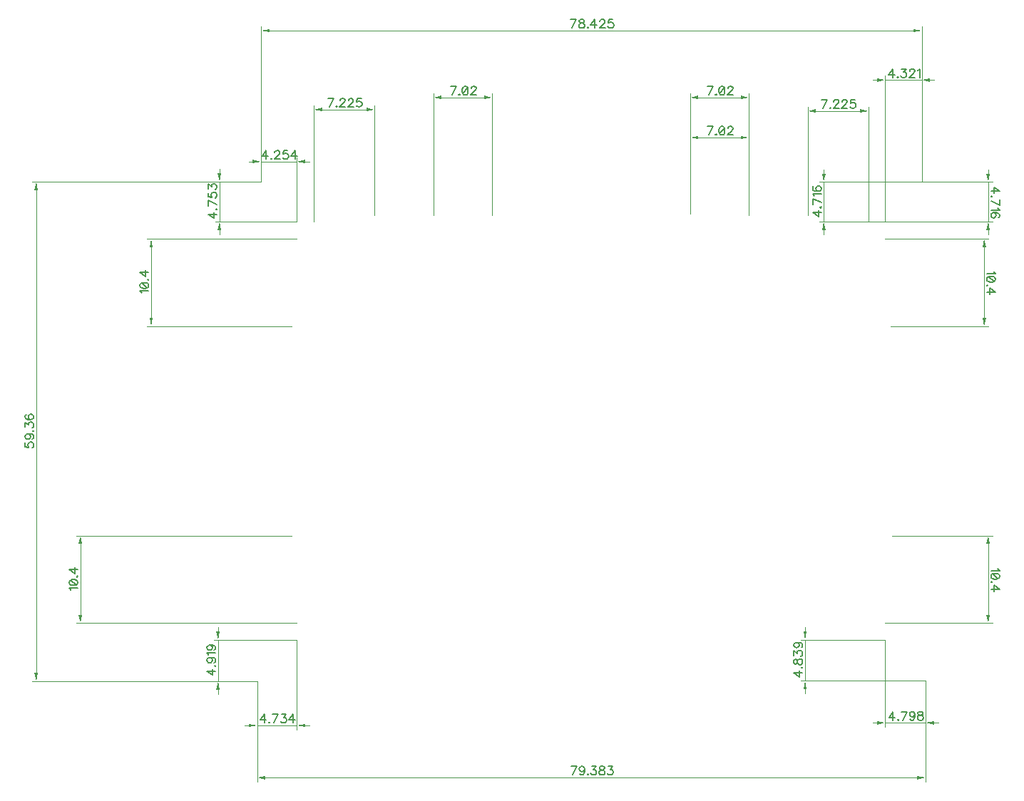
<source format=gbr>
G04 DipTrace 4.2.0.1*
G04 TopDimension.gbr*
%MOMM*%
G04 #@! TF.FileFunction,Drawing,Top*
G04 #@! TF.Part,Single*
%ADD13C,0.03*%
%ADD51C,0.15686*%
%FSLAX35Y35*%
G04*
G71*
G90*
G75*
G01*
G04 TopDimension*
%LPD*%
X1509890Y6483563D2*
D13*
Y7247940D1*
X1084507Y6958827D2*
Y7247940D1*
Y7197940D2*
X1509890D1*
X934507D2*
X984507D1*
G36*
X1084507D2*
X984507Y7177940D1*
Y7217940D1*
X1084507Y7197940D1*
G37*
X1659890D2*
D13*
X1609890D1*
G36*
X1509890D2*
X1609890Y7217940D1*
Y7177940D1*
X1509890Y7197940D1*
G37*
Y6483563D2*
D13*
X539137D1*
X1084507Y6958827D2*
X539137D1*
X589137D2*
Y6483563D1*
Y7108827D2*
Y7058827D1*
G36*
Y6958827D2*
X569137Y7058827D1*
X609137D1*
X589137Y6958827D1*
G37*
Y6333563D2*
D13*
Y6383563D1*
G36*
Y6483563D2*
X609137Y6383563D1*
X569137D1*
X589137Y6483563D1*
G37*
X8494887Y6483567D2*
D13*
X9767260D1*
X8927003Y6955207D2*
X9767260D1*
X9717260D2*
Y6483567D1*
Y7105207D2*
Y7055207D1*
G36*
Y6955207D2*
X9697260Y7055207D1*
X9737260D1*
X9717260Y6955207D1*
G37*
Y6333567D2*
D13*
Y6383567D1*
G36*
Y6483567D2*
X9737260Y6383567D1*
X9697260D1*
X9717260Y6483567D1*
G37*
X8494887D2*
D13*
X7714637D1*
X8927003Y6955207D2*
X7714637D1*
X7764637D2*
Y6483567D1*
Y7105207D2*
Y7055207D1*
G36*
Y6955207D2*
X7744637Y7055207D1*
X7784637D1*
X7764637Y6955207D1*
G37*
Y6333567D2*
D13*
Y6383567D1*
G36*
Y6483567D2*
X7784637Y6383567D1*
X7744637D1*
X7764637Y6483567D1*
G37*
X1509890Y1514687D2*
D13*
X523260D1*
X1036453Y1022787D2*
X523260D1*
X573260Y1514687D2*
Y1022787D1*
Y1664687D2*
Y1614687D1*
G36*
Y1514687D2*
X553260Y1614687D1*
X593260D1*
X573260Y1514687D1*
G37*
Y872787D2*
D13*
Y922787D1*
G36*
Y1022787D2*
X593260Y922787D1*
X553260D1*
X573260Y1022787D1*
G37*
X1509890Y1514687D2*
D13*
Y448690D1*
X1036453Y1022787D2*
Y448690D1*
Y498690D2*
X1509890D1*
X886453D2*
X936453D1*
G36*
X1036453D2*
X936453Y478690D1*
Y518690D1*
X1036453Y498690D1*
G37*
X1659890D2*
D13*
X1609890D1*
G36*
X1509890D2*
X1609890Y518690D1*
Y478690D1*
X1509890Y498690D1*
G37*
X8494887Y1514687D2*
D13*
X7492387D1*
X8974723Y1030813D2*
X7492387D1*
X7542387Y1514687D2*
Y1030813D1*
Y1664687D2*
Y1614687D1*
G36*
Y1514687D2*
X7522387Y1614687D1*
X7562387D1*
X7542387Y1514687D1*
G37*
Y880813D2*
D13*
Y930813D1*
G36*
Y1030813D2*
X7562387Y930813D1*
X7522387D1*
X7542387Y1030813D1*
G37*
X8494887Y1514687D2*
D13*
Y480440D1*
X8974723Y1030813D2*
Y480440D1*
X8494887Y530440D2*
X8974723D1*
X8344887D2*
X8394887D1*
G36*
X8494887D2*
X8394887Y510440D1*
Y550440D1*
X8494887Y530440D1*
G37*
X9124723D2*
D13*
X9074723D1*
G36*
X8974723D2*
X9074723Y550440D1*
Y510440D1*
X8974723Y530440D1*
G37*
X1709890Y6483563D2*
D13*
Y7867067D1*
X2432390Y6562940D2*
Y7867067D1*
X2071140Y7817067D2*
X1809890D1*
G36*
X1709890D2*
X1809890Y7837067D1*
Y7797067D1*
X1709890Y7817067D1*
G37*
X2071140D2*
D13*
X2332390D1*
G36*
X2432390D2*
X2332390Y7797067D1*
Y7837067D1*
X2432390Y7817067D1*
G37*
X7572387Y6562940D2*
D13*
Y7851190D1*
X8294887Y6483567D2*
Y7851190D1*
X7933637Y7801190D2*
X7672387D1*
G36*
X7572387D2*
X7672387Y7821190D1*
Y7781190D1*
X7572387Y7801190D1*
G37*
X7933637D2*
D13*
X8194887D1*
G36*
X8294887D2*
X8194887Y7781190D1*
Y7821190D1*
X8294887Y7801190D1*
G37*
X3127390Y6562940D2*
D13*
Y8009940D1*
X3829387Y6562940D2*
Y8009940D1*
X3478388Y7959940D2*
X3227390D1*
G36*
X3127390D2*
X3227390Y7979940D1*
Y7939940D1*
X3127390Y7959940D1*
G37*
X3478388D2*
D13*
X3729387D1*
G36*
X3829387D2*
X3729387Y7939940D1*
Y7979940D1*
X3829387Y7959940D1*
G37*
X1446387Y5243563D2*
D13*
X-270487D1*
X1509890Y6283563D2*
X-270487D1*
X-220487Y5763563D2*
Y5343563D1*
G36*
Y5243563D2*
X-240487Y5343563D1*
X-200487D1*
X-220487Y5243563D1*
G37*
Y5763563D2*
D13*
Y6183563D1*
G36*
Y6283563D2*
X-200487Y6183563D1*
X-240487D1*
X-220487Y6283563D1*
G37*
X1446396Y2754691D2*
D13*
X-1111863D1*
X1509890Y1714687D2*
X-1111863D1*
X-1061863Y2234689D2*
Y2654691D1*
G36*
Y2754691D2*
X-1041863Y2654691D1*
X-1081863D1*
X-1061863Y2754691D1*
G37*
Y2234689D2*
D13*
Y1814687D1*
G36*
Y1714687D2*
X-1081863Y1814687D1*
X-1041863D1*
X-1061863Y1714687D1*
G37*
X6175387Y6578813D2*
D13*
Y8009940D1*
X6877387Y6562940D2*
Y8009940D1*
X6526387Y7959940D2*
X6275387D1*
G36*
X6175387D2*
X6275387Y7979940D1*
Y7939940D1*
X6175387Y7959940D1*
G37*
X6526387D2*
D13*
X6777387D1*
G36*
X6877387D2*
X6777387Y7939940D1*
Y7979940D1*
X6877387Y7959940D1*
G37*
X8494887Y6483567D2*
D13*
Y8216313D1*
X8927003Y6955207D2*
Y8216313D1*
X8494887Y8166313D2*
X8927003D1*
X8344887D2*
X8394887D1*
G36*
X8494887D2*
X8394887Y8146313D1*
Y8186313D1*
X8494887Y8166313D1*
G37*
X9077003D2*
D13*
X9027003D1*
G36*
X8927003D2*
X9027003Y8186313D1*
Y8146313D1*
X8927003Y8166313D1*
G37*
X8574260Y2754690D2*
D13*
X9767260D1*
X8494887Y1714687D2*
X9767260D1*
X9717260Y2234688D2*
Y2654690D1*
G36*
Y2754690D2*
X9737260Y2654690D1*
X9697260D1*
X9717260Y2754690D1*
G37*
Y2234688D2*
D13*
Y1814687D1*
G36*
Y1714687D2*
X9697260Y1814687D1*
X9737260D1*
X9717260Y1714687D1*
G37*
X8494887Y6283567D2*
D13*
X9719637D1*
X8558387Y5243567D2*
X9719637D1*
X9669637Y5763567D2*
Y6183567D1*
G36*
Y6283567D2*
X9689637Y6183567D1*
X9649637D1*
X9669637Y6283567D1*
G37*
Y5763567D2*
D13*
Y5343567D1*
G36*
Y5243567D2*
X9649637Y5343567D1*
X9689637D1*
X9669637Y5243567D1*
G37*
X1084507Y6958827D2*
D13*
X-1635740D1*
X1036453Y1022787D2*
X-1635740D1*
X-1585740Y3990807D2*
Y6858827D1*
G36*
Y6958827D2*
X-1565740Y6858827D1*
X-1605740D1*
X-1585740Y6958827D1*
G37*
Y3990807D2*
D13*
Y1122787D1*
G36*
Y1022787D2*
X-1605740Y1122787D1*
X-1565740D1*
X-1585740Y1022787D1*
G37*
X1036453D2*
D13*
Y-170433D1*
X8974723Y1030813D2*
Y-170433D1*
X5005588Y-120433D2*
X1136453D1*
G36*
X1036453D2*
X1136453Y-100433D1*
Y-140433D1*
X1036453Y-120433D1*
G37*
X5005588D2*
D13*
X8874723D1*
G36*
X8974723D2*
X8874723Y-140433D1*
Y-100433D1*
X8974723Y-120433D1*
G37*
X1084507Y6958827D2*
D13*
Y8803690D1*
X8927003Y6955207D2*
Y8803690D1*
X5005755Y8753690D2*
X1184507D1*
G36*
X1084507D2*
X1184507Y8773690D1*
Y8733690D1*
X1084507Y8753690D1*
G37*
X5005755D2*
D13*
X8827003D1*
G36*
X8927003D2*
X8827003Y8733690D1*
Y8773690D1*
X8927003Y8753690D1*
G37*
X6175387Y6578813D2*
D13*
Y7533693D1*
X6877387Y6562940D2*
Y7533693D1*
X6526387Y7483693D2*
X6275387D1*
G36*
X6175387D2*
X6275387Y7503693D1*
Y7463693D1*
X6175387Y7483693D1*
G37*
X6526387D2*
D13*
X6777387D1*
G36*
X6877387D2*
X6777387Y7463693D1*
Y7503693D1*
X6877387Y7483693D1*
G37*
X1145094Y7228955D2*
D51*
Y7330931D1*
X1096465Y7262985D1*
X1169353D1*
X1205554Y7238726D2*
X1200725Y7233785D1*
X1205554Y7228955D1*
X1210496Y7233785D1*
X1205554Y7238726D1*
X1246810Y7306672D2*
Y7311502D1*
X1251639Y7321272D1*
X1256469Y7326102D1*
X1266239Y7330931D1*
X1285669D1*
X1295327Y7326102D1*
X1300156Y7321272D1*
X1305098Y7311502D1*
Y7301843D1*
X1300156Y7292072D1*
X1290498Y7277585D1*
X1241869Y7228955D1*
X1309927D1*
X1399587Y7330931D2*
X1351070D1*
X1346241Y7287243D1*
X1351070Y7292072D1*
X1365670Y7297014D1*
X1380158D1*
X1394758Y7292072D1*
X1404529Y7282414D1*
X1409358Y7267814D1*
Y7258155D1*
X1404529Y7243555D1*
X1394758Y7233785D1*
X1380158Y7228955D1*
X1365670D1*
X1351070Y7233785D1*
X1346241Y7238726D1*
X1341300Y7248385D1*
X1489360Y7228955D2*
Y7330931D1*
X1440731Y7262985D1*
X1513618D1*
X558121Y6571505D2*
X456146D1*
X524092Y6522876D1*
Y6595764D1*
X548351Y6631966D2*
X553292Y6627137D1*
X558121Y6631966D1*
X553292Y6636907D1*
X548351Y6631966D1*
X558121Y6687709D2*
X456146Y6736338D1*
Y6668280D1*
Y6825999D2*
Y6777482D1*
X499834Y6772652D1*
X495005Y6777482D1*
X490063Y6792082D1*
Y6806569D1*
X495005Y6821169D1*
X504663Y6830940D1*
X519263Y6835769D1*
X528921D1*
X543521Y6830940D1*
X553292Y6821169D1*
X558121Y6806569D1*
Y6792082D1*
X553292Y6777482D1*
X548351Y6772652D1*
X538692Y6767711D1*
X456146Y6876913D2*
Y6930259D1*
X495005Y6901171D1*
Y6915771D1*
X499834Y6925430D1*
X504663Y6930259D1*
X519263Y6935200D1*
X528921D1*
X543521Y6930259D1*
X553292Y6920600D1*
X558121Y6906000D1*
Y6891400D1*
X553292Y6876913D1*
X548351Y6872083D1*
X538692Y6867142D1*
X9748275Y6844762D2*
X9850251D1*
X9782305Y6893391D1*
Y6820503D1*
X9758046Y6784302D2*
X9753105Y6789131D1*
X9748275Y6784302D1*
X9753105Y6779360D1*
X9758046Y6784302D1*
X9748275Y6728558D2*
X9850251Y6679929D1*
Y6747988D1*
X9830822Y6648557D2*
X9835763Y6638786D1*
X9850251Y6624186D1*
X9748275D1*
X9835763Y6534526D2*
X9845422Y6539355D1*
X9850251Y6553955D1*
Y6563613D1*
X9845422Y6578213D1*
X9830822Y6587984D1*
X9806563Y6592813D1*
X9782305D1*
X9762875Y6587984D1*
X9753105Y6578213D1*
X9748275Y6563613D1*
Y6558784D1*
X9753105Y6544296D1*
X9762875Y6534526D1*
X9777475Y6529696D1*
X9782305D1*
X9796905Y6534526D1*
X9806563Y6544296D1*
X9811392Y6558784D1*
Y6563613D1*
X9806563Y6578213D1*
X9796905Y6587984D1*
X9782305Y6592813D1*
X7733621Y6594012D2*
X7631646D1*
X7699592Y6545383D1*
Y6618270D1*
X7723851Y6654472D2*
X7728792Y6649643D1*
X7733621Y6654472D1*
X7728792Y6659414D1*
X7723851Y6654472D1*
X7733621Y6710215D2*
X7631646Y6758845D1*
Y6690786D1*
X7651075Y6790217D2*
X7646134Y6799988D1*
X7631646Y6814588D1*
X7733621D1*
X7646134Y6904248D2*
X7636475Y6899419D1*
X7631646Y6884819D1*
Y6875160D1*
X7636475Y6860560D1*
X7651075Y6850790D1*
X7675334Y6845960D1*
X7699592D1*
X7719021Y6850790D1*
X7728792Y6860560D1*
X7733621Y6875160D1*
Y6879990D1*
X7728792Y6894477D1*
X7719021Y6904248D1*
X7704421Y6909077D1*
X7699592D1*
X7684992Y6904248D1*
X7675334Y6894477D1*
X7670505Y6879990D1*
Y6875160D1*
X7675334Y6860560D1*
X7684992Y6850790D1*
X7699592Y6845960D1*
X542245Y1145720D2*
X440269D1*
X508216Y1097091D1*
Y1169979D1*
X532474Y1206180D2*
X537416Y1201351D1*
X542245Y1206180D1*
X537416Y1211122D1*
X532474Y1206180D1*
X474186Y1305724D2*
X488786Y1300782D1*
X498557Y1291124D1*
X503386Y1276524D1*
Y1271695D1*
X498557Y1257095D1*
X488786Y1247436D1*
X474186Y1242495D1*
X469357D1*
X454757Y1247436D1*
X445099Y1257095D1*
X440269Y1271695D1*
Y1276524D1*
X445099Y1291124D1*
X454757Y1300782D1*
X474186Y1305724D1*
X498557D1*
X522816Y1300782D1*
X537416Y1291124D1*
X542245Y1276524D1*
Y1266865D1*
X537416Y1252265D1*
X527645Y1247436D1*
X459699Y1337096D2*
X454757Y1346867D1*
X440269Y1361467D1*
X542245D1*
X474186Y1456069D2*
X488786Y1451127D1*
X498557Y1441469D1*
X503386Y1426869D1*
Y1422040D1*
X498557Y1407440D1*
X488786Y1397781D1*
X474186Y1392840D1*
X469357D1*
X454757Y1397781D1*
X445099Y1407440D1*
X440269Y1422040D1*
Y1426869D1*
X445099Y1441469D1*
X454757Y1451127D1*
X474186Y1456069D1*
X498557D1*
X522816Y1451127D1*
X537416Y1441469D1*
X542245Y1426869D1*
Y1417210D1*
X537416Y1402610D1*
X527645Y1397781D1*
X1121068Y529705D2*
Y631681D1*
X1072438Y563735D1*
X1145326D1*
X1181528Y539476D2*
X1176699Y534535D1*
X1181528Y529705D1*
X1186469Y534535D1*
X1181528Y539476D1*
X1237271Y529705D2*
X1285900Y631681D1*
X1217842D1*
X1327044D2*
X1380390D1*
X1351302Y592822D1*
X1365902D1*
X1375561Y587993D1*
X1380390Y583164D1*
X1385331Y568564D1*
Y558905D1*
X1380390Y544305D1*
X1370731Y534535D1*
X1356131Y529705D1*
X1341531D1*
X1327044Y534535D1*
X1322214Y539476D1*
X1317273Y549135D1*
X1465333Y529705D2*
Y631681D1*
X1416704Y563735D1*
X1489592D1*
X7511371Y1125531D2*
X7409396D1*
X7477342Y1076902D1*
Y1149790D1*
X7501601Y1185992D2*
X7506542Y1181162D1*
X7511371Y1185992D1*
X7506542Y1190933D1*
X7501601Y1185992D1*
X7409396Y1246564D2*
X7414225Y1232076D1*
X7423884Y1227135D1*
X7433655D1*
X7443313Y1232076D1*
X7448255Y1241735D1*
X7453084Y1261164D1*
X7457913Y1275764D1*
X7467684Y1285423D1*
X7477342Y1290252D1*
X7491942D1*
X7501601Y1285423D1*
X7506542Y1280593D1*
X7511371Y1265993D1*
Y1246564D1*
X7506542Y1232076D1*
X7501601Y1227135D1*
X7491942Y1222306D1*
X7477342D1*
X7467684Y1227135D1*
X7457913Y1236906D1*
X7453084Y1251393D1*
X7448255Y1270823D1*
X7443313Y1280593D1*
X7433655Y1285423D1*
X7423884D1*
X7414225Y1280593D1*
X7409396Y1265993D1*
Y1246564D1*
Y1331395D2*
Y1384741D1*
X7448255Y1355654D1*
Y1370254D1*
X7453084Y1379912D1*
X7457913Y1384741D1*
X7472513Y1389683D1*
X7482171D1*
X7496771Y1384741D1*
X7506542Y1375083D1*
X7511371Y1360483D1*
Y1345883D1*
X7506542Y1331395D1*
X7501601Y1326566D1*
X7491942Y1321624D1*
X7443313Y1484285D2*
X7457913Y1479343D1*
X7467684Y1469685D1*
X7472513Y1455085D1*
Y1450255D1*
X7467684Y1435655D1*
X7457913Y1425997D1*
X7443313Y1421055D1*
X7438484D1*
X7423884Y1425997D1*
X7414225Y1435655D1*
X7409396Y1450255D1*
Y1455085D1*
X7414225Y1469685D1*
X7423884Y1479343D1*
X7443313Y1484285D1*
X7467684D1*
X7491942Y1479343D1*
X7506542Y1469685D1*
X7511371Y1455085D1*
Y1445426D1*
X7506542Y1430826D1*
X7496771Y1425997D1*
X8587586Y561455D2*
Y663431D1*
X8538957Y595485D1*
X8611845D1*
X8648047Y571226D2*
X8643217Y566285D1*
X8648047Y561455D1*
X8652988Y566285D1*
X8648047Y571226D1*
X8703790Y561455D2*
X8752419Y663431D1*
X8684361D1*
X8847021Y629514D2*
X8842079Y614914D1*
X8832421Y605143D1*
X8817821Y600314D1*
X8812992D1*
X8798392Y605143D1*
X8788733Y614914D1*
X8783792Y629514D1*
Y634343D1*
X8788733Y648943D1*
X8798392Y658602D1*
X8812992Y663431D1*
X8817821D1*
X8832421Y658602D1*
X8842079Y648943D1*
X8847021Y629514D1*
Y605143D1*
X8842079Y580885D1*
X8832421Y566285D1*
X8817821Y561455D1*
X8808162D1*
X8793562Y566285D1*
X8788733Y576055D1*
X8902652Y663431D2*
X8888164Y658602D1*
X8883223Y648943D1*
Y639172D1*
X8888164Y629514D1*
X8897823Y624572D1*
X8917252Y619743D1*
X8931852Y614914D1*
X8941510Y605143D1*
X8946340Y595485D1*
Y580885D1*
X8941510Y571226D1*
X8936681Y566285D1*
X8922081Y561455D1*
X8902652D1*
X8888164Y566285D1*
X8883223Y571226D1*
X8878393Y580885D1*
Y595485D1*
X8883223Y605143D1*
X8892993Y614914D1*
X8907481Y619743D1*
X8926910Y624572D1*
X8936681Y629514D1*
X8941510Y639172D1*
Y648943D1*
X8936681Y658602D1*
X8922081Y663431D1*
X8902652D1*
X1894665Y7848082D2*
X1943294Y7950058D1*
X1875236D1*
X1979496Y7857853D2*
X1974667Y7852911D1*
X1979496Y7848082D1*
X1984438Y7852911D1*
X1979496Y7857853D1*
X2020752Y7925799D2*
Y7930628D1*
X2025581Y7940399D1*
X2030410Y7945228D1*
X2040181Y7950058D1*
X2059610D1*
X2069269Y7945228D1*
X2074098Y7940399D1*
X2079039Y7930628D1*
Y7920970D1*
X2074098Y7911199D1*
X2064439Y7896711D1*
X2015810Y7848082D1*
X2083869D1*
X2120183Y7925799D2*
Y7930628D1*
X2125012Y7940399D1*
X2129841Y7945228D1*
X2139612Y7950058D1*
X2159041D1*
X2168700Y7945228D1*
X2173529Y7940399D1*
X2178470Y7930628D1*
Y7920970D1*
X2173529Y7911199D1*
X2163870Y7896711D1*
X2115241Y7848082D1*
X2183300D1*
X2272960Y7950058D2*
X2224443D1*
X2219614Y7906370D1*
X2224443Y7911199D1*
X2239043Y7916141D1*
X2253531D1*
X2268131Y7911199D1*
X2277901Y7901541D1*
X2282731Y7886941D1*
Y7877282D1*
X2277901Y7862682D1*
X2268131Y7852911D1*
X2253531Y7848082D1*
X2239043D1*
X2224443Y7852911D1*
X2219614Y7857853D1*
X2214672Y7867511D1*
X7757162Y7832205D2*
X7805791Y7934181D1*
X7737733D1*
X7841993Y7841976D2*
X7837164Y7837035D1*
X7841993Y7832205D1*
X7846934Y7837035D1*
X7841993Y7841976D1*
X7883248Y7909922D2*
Y7914752D1*
X7888078Y7924522D1*
X7892907Y7929352D1*
X7902678Y7934181D1*
X7922107D1*
X7931765Y7929352D1*
X7936595Y7924522D1*
X7941536Y7914752D1*
Y7905093D1*
X7936595Y7895322D1*
X7926936Y7880835D1*
X7878307Y7832205D1*
X7946365D1*
X7982679Y7909922D2*
Y7914752D1*
X7987509Y7924522D1*
X7992338Y7929352D1*
X8002109Y7934181D1*
X8021538D1*
X8031196Y7929352D1*
X8036026Y7924522D1*
X8040967Y7914752D1*
Y7905093D1*
X8036026Y7895322D1*
X8026367Y7880835D1*
X7977738Y7832205D1*
X8045796D1*
X8135457Y7934181D2*
X8086940D1*
X8082110Y7890493D1*
X8086940Y7895322D1*
X8101540Y7900264D1*
X8116027D1*
X8130627Y7895322D1*
X8140398Y7885664D1*
X8145227Y7871064D1*
Y7861405D1*
X8140398Y7846805D1*
X8130627Y7837035D1*
X8116027Y7832205D1*
X8101540D1*
X8086940Y7837035D1*
X8082110Y7841976D1*
X8077169Y7851635D1*
X3351629Y7990955D2*
X3400258Y8092931D1*
X3332200D1*
X3436460Y8000726D2*
X3431631Y7995785D1*
X3436460Y7990955D1*
X3441401Y7995785D1*
X3436460Y8000726D1*
X3501974Y8092931D2*
X3487374Y8088102D1*
X3477603Y8073502D1*
X3472774Y8049243D1*
Y8034643D1*
X3477603Y8010385D1*
X3487374Y7995785D1*
X3501974Y7990955D1*
X3511633D1*
X3526233Y7995785D1*
X3535891Y8010385D1*
X3540833Y8034643D1*
Y8049243D1*
X3535891Y8073502D1*
X3526233Y8088102D1*
X3511633Y8092931D1*
X3501974D1*
X3535891Y8073502D2*
X3477603Y8010385D1*
X3577147Y8068672D2*
Y8073502D1*
X3581976Y8083272D1*
X3586805Y8088102D1*
X3596576Y8092931D1*
X3616005D1*
X3625664Y8088102D1*
X3630493Y8083272D1*
X3635434Y8073502D1*
Y8063843D1*
X3630493Y8054072D1*
X3620834Y8039585D1*
X3572205Y7990955D1*
X3640264D1*
X-334048Y5636804D2*
X-338990Y5646575D1*
X-353477Y5661175D1*
X-251502D1*
X-353477Y5721747D2*
X-348648Y5707147D1*
X-334048Y5697376D1*
X-309790Y5692547D1*
X-295190D1*
X-270931Y5697376D1*
X-256331Y5707147D1*
X-251502Y5721747D1*
Y5731406D1*
X-256331Y5746006D1*
X-270931Y5755664D1*
X-295190Y5760606D1*
X-309790D1*
X-334048Y5755664D1*
X-348648Y5746006D1*
X-353477Y5731406D1*
Y5721747D1*
X-334048Y5755664D2*
X-270931Y5697376D1*
X-261273Y5796808D2*
X-256331Y5791978D1*
X-251502Y5796808D1*
X-256331Y5801749D1*
X-261273Y5796808D1*
X-251502Y5881751D2*
X-353477D1*
X-285531Y5833122D1*
Y5906009D1*
X-1175425Y2107929D2*
X-1180366Y2117700D1*
X-1194854Y2132300D1*
X-1092879D1*
X-1194854Y2192872D2*
X-1190025Y2178272D1*
X-1175425Y2168502D1*
X-1151166Y2163672D1*
X-1136566D1*
X-1112308Y2168502D1*
X-1097708Y2178272D1*
X-1092879Y2192872D1*
Y2202531D1*
X-1097708Y2217131D1*
X-1112308Y2226789D1*
X-1136566Y2231731D1*
X-1151166D1*
X-1175425Y2226789D1*
X-1190025Y2217131D1*
X-1194854Y2202531D1*
Y2192872D1*
X-1175425Y2226789D2*
X-1112308Y2168502D1*
X-1102649Y2267933D2*
X-1097708Y2263103D1*
X-1092879Y2267933D1*
X-1097708Y2272874D1*
X-1102649Y2267933D1*
X-1092879Y2352876D2*
X-1194854D1*
X-1126908Y2304247D1*
Y2377134D1*
X6399627Y7990955D2*
X6448257Y8092931D1*
X6380198D1*
X6484458Y8000726D2*
X6479629Y7995785D1*
X6484458Y7990955D1*
X6489400Y7995785D1*
X6484458Y8000726D1*
X6549972Y8092931D2*
X6535372Y8088102D1*
X6525602Y8073502D1*
X6520772Y8049243D1*
Y8034643D1*
X6525602Y8010385D1*
X6535372Y7995785D1*
X6549972Y7990955D1*
X6559631D1*
X6574231Y7995785D1*
X6583889Y8010385D1*
X6588831Y8034643D1*
Y8049243D1*
X6583889Y8073502D1*
X6574231Y8088102D1*
X6559631Y8092931D1*
X6549972D1*
X6583889Y8073502D2*
X6525602Y8010385D1*
X6625145Y8068672D2*
Y8073502D1*
X6629974Y8083272D1*
X6634803Y8088102D1*
X6644574Y8092931D1*
X6664003D1*
X6673662Y8088102D1*
X6678491Y8083272D1*
X6683433Y8073502D1*
Y8063843D1*
X6678491Y8054072D1*
X6668833Y8039585D1*
X6620203Y7990955D1*
X6688262D1*
X8583099Y8197329D2*
Y8299304D1*
X8534470Y8231358D1*
X8607358D1*
X8643560Y8207100D2*
X8638730Y8202158D1*
X8643560Y8197329D1*
X8648501Y8202158D1*
X8643560Y8207100D1*
X8689644Y8299304D2*
X8742991D1*
X8713903Y8260446D1*
X8728503D1*
X8738161Y8255616D1*
X8742991Y8250787D1*
X8747932Y8236187D1*
Y8226529D1*
X8742991Y8211929D1*
X8733332Y8202158D1*
X8718732Y8197329D1*
X8704132D1*
X8689644Y8202158D1*
X8684815Y8207100D1*
X8679874Y8216758D1*
X8784246Y8275046D2*
Y8279875D1*
X8789075Y8289646D1*
X8793905Y8294475D1*
X8803675Y8299304D1*
X8823105D1*
X8832763Y8294475D1*
X8837592Y8289646D1*
X8842534Y8279875D1*
Y8270216D1*
X8837592Y8260446D1*
X8827934Y8245958D1*
X8779305Y8197329D1*
X8847363D1*
X8878736Y8279875D2*
X8888506Y8284816D1*
X8903106Y8299304D1*
Y8197329D1*
X9830822Y2361448D2*
X9835763Y2351677D1*
X9850251Y2337077D1*
X9748275D1*
X9850251Y2276505D2*
X9845422Y2291105D1*
X9830822Y2300875D1*
X9806563Y2305705D1*
X9791963D1*
X9767705Y2300875D1*
X9753105Y2291105D1*
X9748275Y2276505D1*
Y2266846D1*
X9753105Y2252246D1*
X9767705Y2242588D1*
X9791963Y2237646D1*
X9806563D1*
X9830822Y2242588D1*
X9845422Y2252246D1*
X9850251Y2266846D1*
Y2276505D1*
X9830822Y2242588D2*
X9767705Y2300875D1*
X9758046Y2201444D2*
X9753105Y2206274D1*
X9748275Y2201444D1*
X9753105Y2196503D1*
X9758046Y2201444D1*
X9748275Y2116501D2*
X9850251D1*
X9782305Y2165130D1*
Y2092243D1*
X9783198Y5890326D2*
X9788140Y5880556D1*
X9802628Y5865956D1*
X9700652D1*
X9802628Y5805383D2*
X9797798Y5819983D1*
X9783198Y5829754D1*
X9758940Y5834583D1*
X9744340D1*
X9720081Y5829754D1*
X9705481Y5819983D1*
X9700652Y5805383D1*
Y5795725D1*
X9705481Y5781125D1*
X9720081Y5771466D1*
X9744340Y5766525D1*
X9758940D1*
X9783198Y5771466D1*
X9797798Y5781125D1*
X9802628Y5795725D1*
Y5805383D1*
X9783198Y5771466D2*
X9720081Y5829754D1*
X9710423Y5730323D2*
X9705481Y5735152D1*
X9700652Y5730323D1*
X9705481Y5725381D1*
X9710423Y5730323D1*
X9700652Y5645379D2*
X9802628D1*
X9734681Y5694009D1*
Y5621121D1*
X-1718731Y3858076D2*
Y3809559D1*
X-1675043Y3804729D1*
X-1679872Y3809559D1*
X-1684814Y3824159D1*
Y3838646D1*
X-1679872Y3853246D1*
X-1670214Y3863017D1*
X-1655614Y3867846D1*
X-1645955D1*
X-1631355Y3863017D1*
X-1621584Y3853246D1*
X-1616755Y3838646D1*
Y3824159D1*
X-1621584Y3809559D1*
X-1626526Y3804729D1*
X-1636184Y3799788D1*
X-1684814Y3962448D2*
X-1670214Y3957507D1*
X-1660443Y3947848D1*
X-1655614Y3933248D1*
Y3928419D1*
X-1660443Y3913819D1*
X-1670214Y3904160D1*
X-1684814Y3899219D1*
X-1689643D1*
X-1704243Y3904160D1*
X-1713901Y3913819D1*
X-1718731Y3928419D1*
Y3933248D1*
X-1713901Y3947848D1*
X-1704243Y3957507D1*
X-1684814Y3962448D1*
X-1660443D1*
X-1636184Y3957507D1*
X-1621584Y3947848D1*
X-1616755Y3933248D1*
Y3923590D1*
X-1621584Y3908990D1*
X-1631355Y3904160D1*
X-1626526Y3998650D2*
X-1621584Y3993821D1*
X-1616755Y3998650D1*
X-1621584Y4003591D1*
X-1626526Y3998650D1*
X-1718731Y4044735D2*
Y4098081D1*
X-1679872Y4068993D1*
Y4083593D1*
X-1675043Y4093252D1*
X-1670214Y4098081D1*
X-1655614Y4103023D1*
X-1645955D1*
X-1631355Y4098081D1*
X-1621584Y4088423D1*
X-1616755Y4073823D1*
Y4059223D1*
X-1621584Y4044735D1*
X-1626526Y4039906D1*
X-1636184Y4034964D1*
X-1704243Y4192683D2*
X-1713901Y4187854D1*
X-1718731Y4173254D1*
Y4163595D1*
X-1713901Y4148995D1*
X-1699301Y4139224D1*
X-1675043Y4134395D1*
X-1650784D1*
X-1631355Y4139224D1*
X-1621584Y4148995D1*
X-1616755Y4163595D1*
Y4168424D1*
X-1621584Y4182912D1*
X-1631355Y4192683D1*
X-1645955Y4197512D1*
X-1650784D1*
X-1665384Y4192683D1*
X-1675043Y4182912D1*
X-1679872Y4168424D1*
Y4163595D1*
X-1675043Y4148995D1*
X-1665384Y4139224D1*
X-1650784Y4134395D1*
X4781869Y-89418D2*
X4830498Y12558D1*
X4762439D1*
X4925100Y-21359D2*
X4920158Y-35959D1*
X4910500Y-45730D1*
X4895900Y-50559D1*
X4891070D1*
X4876470Y-45730D1*
X4866812Y-35959D1*
X4861870Y-21359D1*
Y-16530D1*
X4866812Y-1930D1*
X4876470Y7728D1*
X4891070Y12558D1*
X4895900D1*
X4910500Y7728D1*
X4920158Y-1930D1*
X4925100Y-21359D1*
Y-45730D1*
X4920158Y-69989D1*
X4910500Y-84589D1*
X4895900Y-89418D1*
X4886241D1*
X4871641Y-84589D1*
X4866812Y-74818D1*
X4961301Y-79647D2*
X4956472Y-84589D1*
X4961301Y-89418D1*
X4966243Y-84589D1*
X4961301Y-79647D1*
X5007386Y12558D2*
X5060733D1*
X5031645Y-26301D1*
X5046245D1*
X5055903Y-31130D1*
X5060733Y-35959D1*
X5065674Y-50559D1*
Y-60218D1*
X5060733Y-74818D1*
X5051074Y-84589D1*
X5036474Y-89418D1*
X5021874D1*
X5007386Y-84589D1*
X5002557Y-79647D1*
X4997616Y-69989D1*
X5121305Y12558D2*
X5106817Y7728D1*
X5101876Y-1930D1*
Y-11701D1*
X5106817Y-21359D1*
X5116476Y-26301D1*
X5135905Y-31130D1*
X5150505Y-35959D1*
X5160164Y-45730D1*
X5164993Y-55389D1*
Y-69989D1*
X5160164Y-79647D1*
X5155334Y-84589D1*
X5140734Y-89418D1*
X5121305D1*
X5106817Y-84589D1*
X5101876Y-79647D1*
X5097047Y-69989D1*
Y-55389D1*
X5101876Y-45730D1*
X5111647Y-35959D1*
X5126134Y-31130D1*
X5145564Y-26301D1*
X5155334Y-21359D1*
X5160164Y-11701D1*
Y-1930D1*
X5155334Y7728D1*
X5140734Y12558D1*
X5121305D1*
X5206136D2*
X5259482D1*
X5230395Y-26301D1*
X5244995D1*
X5254653Y-31130D1*
X5259482Y-35959D1*
X5264424Y-50559D1*
Y-60218D1*
X5259482Y-74818D1*
X5249824Y-84589D1*
X5235224Y-89418D1*
X5220624D1*
X5206136Y-84589D1*
X5201307Y-79647D1*
X5196365Y-69989D1*
X4777206Y8784705D2*
X4825835Y8886681D1*
X4757777D1*
X4881466D2*
X4866979Y8881852D1*
X4862037Y8872193D1*
Y8862422D1*
X4866979Y8852764D1*
X4876637Y8847822D1*
X4896066Y8842993D1*
X4910666Y8838164D1*
X4920325Y8828393D1*
X4925154Y8818735D1*
Y8804135D1*
X4920325Y8794476D1*
X4915496Y8789535D1*
X4900896Y8784705D1*
X4881466D1*
X4866979Y8789535D1*
X4862037Y8794476D1*
X4857208Y8804135D1*
Y8818735D1*
X4862037Y8828393D1*
X4871808Y8838164D1*
X4886296Y8842993D1*
X4905725Y8847822D1*
X4915496Y8852764D1*
X4920325Y8862422D1*
Y8872193D1*
X4915496Y8881852D1*
X4900896Y8886681D1*
X4881466D1*
X4961356Y8794476D2*
X4956527Y8789535D1*
X4961356Y8784705D1*
X4966297Y8789535D1*
X4961356Y8794476D1*
X5046299Y8784705D2*
Y8886681D1*
X4997670Y8818735D1*
X5070558D1*
X5106872Y8862422D2*
Y8867252D1*
X5111701Y8877022D1*
X5116530Y8881852D1*
X5126301Y8886681D1*
X5145730D1*
X5155389Y8881852D1*
X5160218Y8877022D1*
X5165159Y8867252D1*
Y8857593D1*
X5160218Y8847822D1*
X5150559Y8833335D1*
X5101930Y8784705D1*
X5169989D1*
X5259649Y8886681D2*
X5211132D1*
X5206303Y8842993D1*
X5211132Y8847822D1*
X5225732Y8852764D1*
X5240220D1*
X5254820Y8847822D1*
X5264590Y8838164D1*
X5269420Y8823564D1*
Y8813905D1*
X5264590Y8799305D1*
X5254820Y8789535D1*
X5240220Y8784705D1*
X5225732D1*
X5211132Y8789535D1*
X5206303Y8794476D1*
X5201361Y8804135D1*
X6399627Y7514709D2*
X6448257Y7616684D1*
X6380198D1*
X6484458Y7524480D2*
X6479629Y7519538D1*
X6484458Y7514709D1*
X6489400Y7519538D1*
X6484458Y7524480D1*
X6549972Y7616684D2*
X6535372Y7611855D1*
X6525602Y7597255D1*
X6520772Y7572996D1*
Y7558396D1*
X6525602Y7534138D1*
X6535372Y7519538D1*
X6549972Y7514709D1*
X6559631D1*
X6574231Y7519538D1*
X6583889Y7534138D1*
X6588831Y7558396D1*
Y7572996D1*
X6583889Y7597255D1*
X6574231Y7611855D1*
X6559631Y7616684D1*
X6549972D1*
X6583889Y7597255D2*
X6525602Y7534138D1*
X6625145Y7592426D2*
Y7597255D1*
X6629974Y7607026D1*
X6634803Y7611855D1*
X6644574Y7616684D1*
X6664003D1*
X6673662Y7611855D1*
X6678491Y7607026D1*
X6683433Y7597255D1*
Y7587596D1*
X6678491Y7577826D1*
X6668833Y7563338D1*
X6620203Y7514709D1*
X6688262D1*
M02*

</source>
